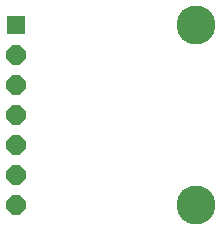
<source format=gbr>
G04 EAGLE Gerber RS-274X export*
G75*
%MOMM*%
%FSLAX34Y34*%
%LPD*%
%INSoldermask Bottom*%
%IPPOS*%
%AMOC8*
5,1,8,0,0,1.08239X$1,22.5*%
G01*
%ADD10C,3.301600*%
%ADD11R,1.625600X1.625600*%
%ADD12P,1.759533X8X22.500000*%


D10*
X177800Y177800D03*
X177800Y25400D03*
D11*
X25400Y177800D03*
D12*
X25400Y152400D03*
X25400Y127000D03*
X25400Y101600D03*
X25400Y76200D03*
X25400Y50800D03*
X25400Y25400D03*
M02*

</source>
